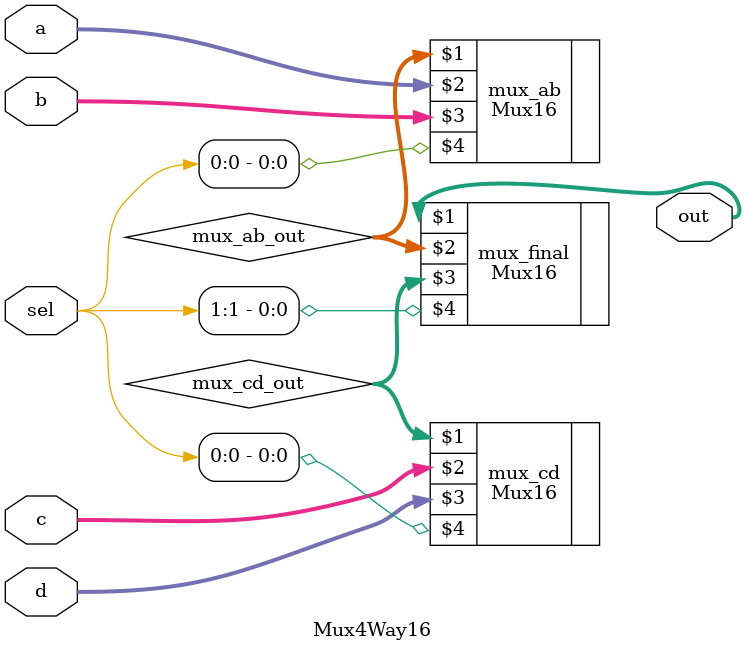
<source format=v>
`default_nettype none

module Mux4Way16 (
  output wire[15:0] out,
  input wire[15:0] a,
  input wire[15:0] b,
  input wire[15:0] c,
  input wire[15:0] d,
  input wire[1:0] sel
);

  wire[15:0] mux_ab_out;
  wire[15:0] mux_cd_out;

  Mux16 mux_ab(mux_ab_out, a, b, sel[0]);
  Mux16 mux_cd(mux_cd_out, c, d, sel[0]);

  Mux16 mux_final(out, mux_ab_out, mux_cd_out, sel[1]);
endmodule


</source>
